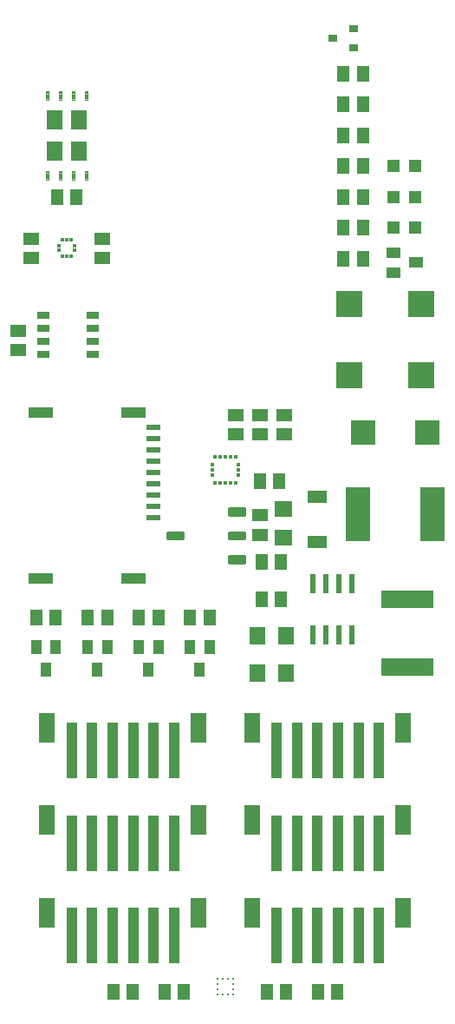
<source format=gbr>
G04 EAGLE Gerber RS-274X export*
G75*
%MOMM*%
%FSLAX34Y34*%
%LPD*%
%INSolderpaste Top*%
%IPPOS*%
%AMOC8*
5,1,8,0,0,1.08239X$1,22.5*%
G01*
%ADD10R,0.460000X0.300000*%
%ADD11R,0.300000X0.460000*%
%ADD12R,1.500000X1.300000*%
%ADD13R,1.300000X1.500000*%
%ADD14R,1.400000X0.620000*%
%ADD15R,2.400000X1.100000*%
%ADD16R,0.300000X0.400000*%
%ADD17R,0.400000X0.300000*%
%ADD18R,1.520000X1.900000*%
%ADD19C,0.105000*%
%ADD20R,2.500000X2.500000*%
%ADD21R,1.400000X1.000000*%
%ADD22R,1.200000X1.200000*%
%ADD23R,0.889000X0.787400*%
%ADD24R,1.000000X1.400000*%
%ADD25R,1.600000X3.000000*%
%ADD26R,1.000000X5.500000*%
%ADD27R,0.533400X1.981200*%
%ADD28R,1.600000X1.800000*%
%ADD29R,5.080000X1.778000*%
%ADD30R,1.900000X1.200000*%
%ADD31R,2.350000X2.450000*%
%ADD32R,2.413000X5.334000*%
%ADD33C,0.222500*%
%ADD34R,1.800000X1.600000*%
%ADD35R,1.270000X0.635000*%
%ADD36R,0.250000X0.275000*%
%ADD37R,0.275000X0.250000*%


D10*
X77850Y747750D03*
X77850Y752250D03*
X62150Y747750D03*
X62150Y752250D03*
D11*
X74500Y742150D03*
X70000Y742150D03*
X65500Y742150D03*
X74500Y757850D03*
X70000Y757850D03*
X65500Y757850D03*
D12*
X105000Y759500D03*
X105000Y740500D03*
X35000Y759500D03*
X35000Y740500D03*
X283000Y568600D03*
X283000Y587600D03*
X235000Y568500D03*
X235000Y587500D03*
X259000Y568500D03*
X259000Y587500D03*
D13*
X258600Y522700D03*
X277600Y522700D03*
X79500Y800000D03*
X60500Y800000D03*
D14*
X155100Y487700D03*
X155100Y498700D03*
X155100Y509700D03*
X155100Y520700D03*
X155100Y531700D03*
X155100Y542700D03*
X155100Y553700D03*
X155100Y564700D03*
X155100Y575700D03*
D15*
X45100Y589500D03*
X135100Y589500D03*
X135100Y428000D03*
X45100Y428000D03*
D16*
X235000Y546650D03*
X230000Y546650D03*
X225000Y546650D03*
X220000Y546650D03*
X215000Y546650D03*
X215000Y521350D03*
X220000Y521350D03*
X225000Y521350D03*
X230000Y521350D03*
X235000Y521350D03*
D17*
X212350Y539000D03*
X212350Y534000D03*
X212350Y529000D03*
X237650Y529000D03*
X237650Y534000D03*
X237650Y539000D03*
D18*
X82000Y875000D03*
X82000Y845000D03*
X58000Y875000D03*
X58000Y845000D03*
D19*
X87475Y894975D02*
X87475Y903025D01*
X90625Y903025D01*
X90625Y894975D01*
X87475Y894975D01*
X87475Y895972D02*
X90625Y895972D01*
X90625Y896969D02*
X87475Y896969D01*
X87475Y897966D02*
X90625Y897966D01*
X90625Y898963D02*
X87475Y898963D01*
X87475Y899960D02*
X90625Y899960D01*
X90625Y900957D02*
X87475Y900957D01*
X87475Y901954D02*
X90625Y901954D01*
X90625Y902951D02*
X87475Y902951D01*
X74775Y903025D02*
X74775Y894975D01*
X74775Y903025D02*
X77925Y903025D01*
X77925Y894975D01*
X74775Y894975D01*
X74775Y895972D02*
X77925Y895972D01*
X77925Y896969D02*
X74775Y896969D01*
X74775Y897966D02*
X77925Y897966D01*
X77925Y898963D02*
X74775Y898963D01*
X74775Y899960D02*
X77925Y899960D01*
X77925Y900957D02*
X74775Y900957D01*
X74775Y901954D02*
X77925Y901954D01*
X77925Y902951D02*
X74775Y902951D01*
X62075Y903025D02*
X62075Y894975D01*
X62075Y903025D02*
X65225Y903025D01*
X65225Y894975D01*
X62075Y894975D01*
X62075Y895972D02*
X65225Y895972D01*
X65225Y896969D02*
X62075Y896969D01*
X62075Y897966D02*
X65225Y897966D01*
X65225Y898963D02*
X62075Y898963D01*
X62075Y899960D02*
X65225Y899960D01*
X65225Y900957D02*
X62075Y900957D01*
X62075Y901954D02*
X65225Y901954D01*
X65225Y902951D02*
X62075Y902951D01*
X49375Y903025D02*
X49375Y894975D01*
X49375Y903025D02*
X52525Y903025D01*
X52525Y894975D01*
X49375Y894975D01*
X49375Y895972D02*
X52525Y895972D01*
X52525Y896969D02*
X49375Y896969D01*
X49375Y897966D02*
X52525Y897966D01*
X52525Y898963D02*
X49375Y898963D01*
X49375Y899960D02*
X52525Y899960D01*
X52525Y900957D02*
X49375Y900957D01*
X49375Y901954D02*
X52525Y901954D01*
X52525Y902951D02*
X49375Y902951D01*
X49375Y825025D02*
X49375Y816975D01*
X49375Y825025D02*
X52525Y825025D01*
X52525Y816975D01*
X49375Y816975D01*
X49375Y817972D02*
X52525Y817972D01*
X52525Y818969D02*
X49375Y818969D01*
X49375Y819966D02*
X52525Y819966D01*
X52525Y820963D02*
X49375Y820963D01*
X49375Y821960D02*
X52525Y821960D01*
X52525Y822957D02*
X49375Y822957D01*
X49375Y823954D02*
X52525Y823954D01*
X52525Y824951D02*
X49375Y824951D01*
X62075Y825025D02*
X62075Y816975D01*
X62075Y825025D02*
X65225Y825025D01*
X65225Y816975D01*
X62075Y816975D01*
X62075Y817972D02*
X65225Y817972D01*
X65225Y818969D02*
X62075Y818969D01*
X62075Y819966D02*
X65225Y819966D01*
X65225Y820963D02*
X62075Y820963D01*
X62075Y821960D02*
X65225Y821960D01*
X65225Y822957D02*
X62075Y822957D01*
X62075Y823954D02*
X65225Y823954D01*
X65225Y824951D02*
X62075Y824951D01*
X74775Y825025D02*
X74775Y816975D01*
X74775Y825025D02*
X77925Y825025D01*
X77925Y816975D01*
X74775Y816975D01*
X74775Y817972D02*
X77925Y817972D01*
X77925Y818969D02*
X74775Y818969D01*
X74775Y819966D02*
X77925Y819966D01*
X77925Y820963D02*
X74775Y820963D01*
X74775Y821960D02*
X77925Y821960D01*
X77925Y822957D02*
X74775Y822957D01*
X74775Y823954D02*
X77925Y823954D01*
X77925Y824951D02*
X74775Y824951D01*
X87475Y825025D02*
X87475Y816975D01*
X87475Y825025D02*
X90625Y825025D01*
X90625Y816975D01*
X87475Y816975D01*
X87475Y817972D02*
X90625Y817972D01*
X90625Y818969D02*
X87475Y818969D01*
X87475Y819966D02*
X90625Y819966D01*
X90625Y820963D02*
X87475Y820963D01*
X87475Y821960D02*
X90625Y821960D01*
X90625Y822957D02*
X87475Y822957D01*
X87475Y823954D02*
X90625Y823954D01*
X90625Y824951D02*
X87475Y824951D01*
D20*
X416000Y696000D03*
X416000Y626000D03*
X346000Y626000D03*
X346000Y696000D03*
D21*
X411000Y736000D03*
X389000Y726500D03*
X389000Y745500D03*
D13*
X359500Y740000D03*
X340500Y740000D03*
D22*
X410500Y830000D03*
X389500Y830000D03*
X410500Y800000D03*
X389500Y800000D03*
D13*
X359500Y830000D03*
X340500Y830000D03*
X359500Y800000D03*
X340500Y800000D03*
D22*
X410500Y770000D03*
X389500Y770000D03*
D13*
X359500Y770000D03*
X340500Y770000D03*
D23*
X350160Y945094D03*
X350160Y964398D03*
X329840Y954746D03*
D13*
X359500Y920000D03*
X340500Y920000D03*
D24*
X50000Y339000D03*
X40500Y361000D03*
X59500Y361000D03*
D13*
X40500Y390000D03*
X59500Y390000D03*
D24*
X150000Y339000D03*
X140500Y361000D03*
X159500Y361000D03*
D13*
X140500Y390000D03*
X159500Y390000D03*
D24*
X100000Y339000D03*
X90500Y361000D03*
X109500Y361000D03*
D13*
X90500Y390000D03*
X109500Y390000D03*
D24*
X200000Y339000D03*
X190500Y361000D03*
X209500Y361000D03*
D13*
X190500Y390000D03*
X209500Y390000D03*
D25*
X51000Y282500D03*
D26*
X75000Y260000D03*
X95000Y260000D03*
X115000Y260000D03*
X135000Y260000D03*
X155000Y260000D03*
X175000Y260000D03*
D25*
X199000Y282500D03*
X251000Y102500D03*
D26*
X275000Y80000D03*
X295000Y80000D03*
X315000Y80000D03*
X335000Y80000D03*
X355000Y80000D03*
X375000Y80000D03*
D25*
X399000Y102500D03*
X251000Y192500D03*
D26*
X275000Y170000D03*
X295000Y170000D03*
X315000Y170000D03*
X335000Y170000D03*
X355000Y170000D03*
X375000Y170000D03*
D25*
X399000Y192500D03*
X51000Y192500D03*
D26*
X75000Y170000D03*
X95000Y170000D03*
X115000Y170000D03*
X135000Y170000D03*
X155000Y170000D03*
X175000Y170000D03*
D25*
X199000Y192500D03*
X51000Y102500D03*
D26*
X75000Y80000D03*
X95000Y80000D03*
X115000Y80000D03*
X135000Y80000D03*
X155000Y80000D03*
X175000Y80000D03*
D25*
X199000Y102500D03*
X251000Y282500D03*
D26*
X275000Y260000D03*
X295000Y260000D03*
X315000Y260000D03*
X335000Y260000D03*
X355000Y260000D03*
X375000Y260000D03*
D25*
X399000Y282500D03*
D27*
X310950Y373362D03*
X323650Y373362D03*
X336350Y373362D03*
X349050Y373362D03*
X349050Y422638D03*
X336350Y422638D03*
X323650Y422638D03*
X310950Y422638D03*
D13*
X279500Y444000D03*
X260500Y444000D03*
X279500Y408000D03*
X260500Y408000D03*
D28*
X284000Y372000D03*
X256000Y372000D03*
X284000Y336000D03*
X256000Y336000D03*
D29*
X403000Y408020D03*
X403000Y341980D03*
D30*
X315000Y464000D03*
X315000Y508000D03*
D31*
X422000Y570000D03*
X360000Y570000D03*
D32*
X354805Y491000D03*
X427195Y491000D03*
D13*
X340500Y890000D03*
X359500Y890000D03*
X359500Y860000D03*
X340500Y860000D03*
D33*
X244038Y450338D02*
X228162Y450338D01*
X244038Y450338D02*
X244038Y443662D01*
X228162Y443662D01*
X228162Y450338D01*
X228162Y445776D02*
X244038Y445776D01*
X244038Y447890D02*
X228162Y447890D01*
X228162Y450004D02*
X244038Y450004D01*
X244038Y473338D02*
X228162Y473338D01*
X244038Y473338D02*
X244038Y466662D01*
X228162Y466662D01*
X228162Y473338D01*
X228162Y468776D02*
X244038Y468776D01*
X244038Y470890D02*
X228162Y470890D01*
X228162Y473004D02*
X244038Y473004D01*
X244038Y496338D02*
X228162Y496338D01*
X244038Y496338D02*
X244038Y489662D01*
X228162Y489662D01*
X228162Y496338D01*
X228162Y491776D02*
X244038Y491776D01*
X244038Y493890D02*
X228162Y493890D01*
X228162Y496004D02*
X244038Y496004D01*
X183838Y473338D02*
X167962Y473338D01*
X183838Y473338D02*
X183838Y466662D01*
X167962Y466662D01*
X167962Y473338D01*
X167962Y468776D02*
X183838Y468776D01*
X183838Y470890D02*
X167962Y470890D01*
X167962Y473004D02*
X183838Y473004D01*
D12*
X259000Y489500D03*
X259000Y470500D03*
D34*
X282000Y496000D03*
X282000Y468000D03*
D35*
X95400Y646600D03*
X95400Y659300D03*
X95400Y672000D03*
X95400Y684700D03*
X47350Y684700D03*
X47350Y672000D03*
X47350Y659300D03*
X47350Y646600D03*
D12*
X23000Y650500D03*
X23000Y669500D03*
D36*
X232500Y37625D03*
X227500Y37625D03*
X222500Y37625D03*
X217500Y37625D03*
D37*
X217375Y32500D03*
X217375Y27500D03*
D36*
X217500Y22375D03*
X222500Y22375D03*
X227500Y22375D03*
X232500Y22375D03*
D37*
X232625Y27500D03*
X232625Y32500D03*
D13*
X134500Y25000D03*
X115500Y25000D03*
X184500Y25000D03*
X165500Y25000D03*
X265500Y25000D03*
X284500Y25000D03*
X334500Y25000D03*
X315500Y25000D03*
M02*

</source>
